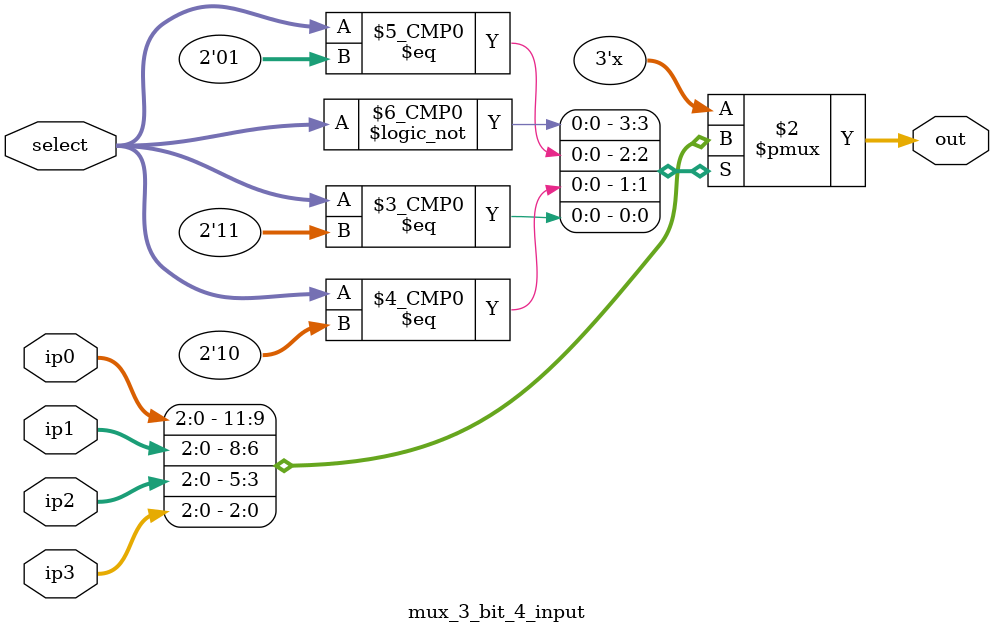
<source format=v>
module mux_3_bit_4_input(ip0, ip1, ip2, ip3, select, out); 

	output reg [2:0] out;
	
	input  [2:0] ip0, ip1, ip2, ip3;
	input  [1:0] select;
	
	always@(*) begin
		case(select)
			0: out = ip0;
			1: out = ip1;
			2: out = ip2;
			3: out = ip3;
			default : out = ip0;
		endcase
	end
	
endmodule
</source>
